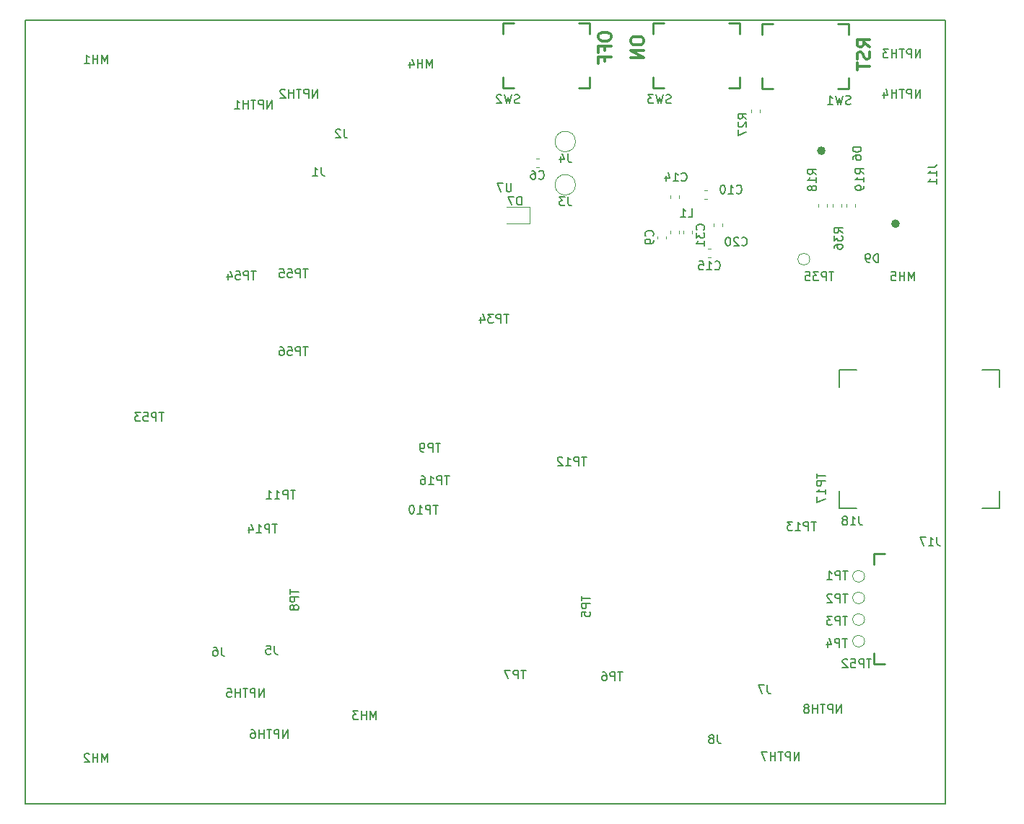
<source format=gbr>
G04 #@! TF.GenerationSoftware,KiCad,Pcbnew,5.0.2+dfsg1-1~bpo9+1*
G04 #@! TF.CreationDate,2019-02-21T15:21:29-05:00*
G04 #@! TF.ProjectId,nu.ai_motor_controller,6e752e61-695f-46d6-9f74-6f725f636f6e,rev?*
G04 #@! TF.SameCoordinates,Original*
G04 #@! TF.FileFunction,Legend,Bot*
G04 #@! TF.FilePolarity,Positive*
%FSLAX46Y46*%
G04 Gerber Fmt 4.6, Leading zero omitted, Abs format (unit mm)*
G04 Created by KiCad (PCBNEW 5.0.2+dfsg1-1~bpo9+1) date Thu 21 Feb 2019 03:21:29 PM EST*
%MOMM*%
%LPD*%
G01*
G04 APERTURE LIST*
%ADD10C,0.300000*%
%ADD11C,0.150000*%
%ADD12C,0.120000*%
%ADD13C,0.500000*%
%ADD14C,0.254000*%
G04 APERTURE END LIST*
D10*
X174087571Y-46020571D02*
X173373285Y-45520571D01*
X174087571Y-45163428D02*
X172587571Y-45163428D01*
X172587571Y-45734857D01*
X172659000Y-45877714D01*
X172730428Y-45949142D01*
X172873285Y-46020571D01*
X173087571Y-46020571D01*
X173230428Y-45949142D01*
X173301857Y-45877714D01*
X173373285Y-45734857D01*
X173373285Y-45163428D01*
X174016142Y-46592000D02*
X174087571Y-46806285D01*
X174087571Y-47163428D01*
X174016142Y-47306285D01*
X173944714Y-47377714D01*
X173801857Y-47449142D01*
X173659000Y-47449142D01*
X173516142Y-47377714D01*
X173444714Y-47306285D01*
X173373285Y-47163428D01*
X173301857Y-46877714D01*
X173230428Y-46734857D01*
X173159000Y-46663428D01*
X173016142Y-46592000D01*
X172873285Y-46592000D01*
X172730428Y-46663428D01*
X172659000Y-46734857D01*
X172587571Y-46877714D01*
X172587571Y-47234857D01*
X172659000Y-47449142D01*
X172587571Y-47877714D02*
X172587571Y-48734857D01*
X174087571Y-48306285D02*
X172587571Y-48306285D01*
X142234571Y-44651428D02*
X142234571Y-44937142D01*
X142306000Y-45080000D01*
X142448857Y-45222857D01*
X142734571Y-45294285D01*
X143234571Y-45294285D01*
X143520285Y-45222857D01*
X143663142Y-45080000D01*
X143734571Y-44937142D01*
X143734571Y-44651428D01*
X143663142Y-44508571D01*
X143520285Y-44365714D01*
X143234571Y-44294285D01*
X142734571Y-44294285D01*
X142448857Y-44365714D01*
X142306000Y-44508571D01*
X142234571Y-44651428D01*
X142948857Y-46437142D02*
X142948857Y-45937142D01*
X143734571Y-45937142D02*
X142234571Y-45937142D01*
X142234571Y-46651428D01*
X142948857Y-47722857D02*
X142948857Y-47222857D01*
X143734571Y-47222857D02*
X142234571Y-47222857D01*
X142234571Y-47937142D01*
X146044571Y-45151428D02*
X146044571Y-45437142D01*
X146116000Y-45580000D01*
X146258857Y-45722857D01*
X146544571Y-45794285D01*
X147044571Y-45794285D01*
X147330285Y-45722857D01*
X147473142Y-45580000D01*
X147544571Y-45437142D01*
X147544571Y-45151428D01*
X147473142Y-45008571D01*
X147330285Y-44865714D01*
X147044571Y-44794285D01*
X146544571Y-44794285D01*
X146258857Y-44865714D01*
X146116000Y-45008571D01*
X146044571Y-45151428D01*
X147544571Y-46437142D02*
X146044571Y-46437142D01*
X147544571Y-47294285D01*
X146044571Y-47294285D01*
D11*
X182970000Y-134900000D02*
X74970000Y-134900000D01*
X182970000Y-42900000D02*
X182970000Y-134900000D01*
X74970000Y-42900000D02*
X182970000Y-42900000D01*
X74970000Y-134900000D02*
X74970000Y-42900000D01*
D12*
G04 #@! TO.C,C10*
X155029779Y-63862000D02*
X154704221Y-63862000D01*
X155029779Y-62842000D02*
X154704221Y-62842000D01*
G04 #@! TO.C,C6*
X134917721Y-59159000D02*
X135243279Y-59159000D01*
X134917721Y-60179000D02*
X135243279Y-60179000D01*
G04 #@! TO.C,C9*
X149150000Y-68569279D02*
X149150000Y-68243721D01*
X150170000Y-68569279D02*
X150170000Y-68243721D01*
G04 #@! TO.C,C14*
X150674000Y-63768779D02*
X150674000Y-63443221D01*
X151694000Y-63768779D02*
X151694000Y-63443221D01*
G04 #@! TO.C,C15*
X155410779Y-70720000D02*
X155085221Y-70720000D01*
X155410779Y-69700000D02*
X155085221Y-69700000D01*
G04 #@! TO.C,C20*
X156774000Y-66770721D02*
X156774000Y-67096279D01*
X155754000Y-66770721D02*
X155754000Y-67096279D01*
G04 #@! TO.C,C31*
X153218000Y-67613381D02*
X153218000Y-67938939D01*
X152198000Y-67613381D02*
X152198000Y-67938939D01*
D13*
G04 #@! TO.C,D6*
X168644000Y-58202000D02*
G75*
G03X168644000Y-58202000I-254000J0D01*
G01*
D12*
G04 #@! TO.C,D7*
X134162321Y-66738951D02*
X131477321Y-66738951D01*
X134162321Y-64818951D02*
X134162321Y-66738951D01*
X131477321Y-64818951D02*
X134162321Y-64818951D01*
D11*
G04 #@! TO.C,J18*
X170488000Y-98150000D02*
X170488000Y-100182000D01*
X170488000Y-100182000D02*
X172520000Y-100182000D01*
X187252000Y-100182000D02*
X189284000Y-100182000D01*
X189284000Y-100182000D02*
X189284000Y-98150000D01*
X189284000Y-85958000D02*
X189284000Y-83926000D01*
X189284000Y-83926000D02*
X187252000Y-83926000D01*
X172520000Y-83926000D02*
X170488000Y-83926000D01*
X170488000Y-83926000D02*
X170488000Y-85958000D01*
D12*
G04 #@! TO.C,L1*
X150674000Y-67959779D02*
X150674000Y-67634221D01*
X151694000Y-67959779D02*
X151694000Y-67634221D01*
G04 #@! TO.C,R18*
X169093000Y-64459221D02*
X169093000Y-64784779D01*
X168073000Y-64459221D02*
X168073000Y-64784779D01*
G04 #@! TO.C,R19*
X171375000Y-64784779D02*
X171375000Y-64459221D01*
X172395000Y-64784779D02*
X172395000Y-64459221D01*
G04 #@! TO.C,R27*
X161219000Y-53410221D02*
X161219000Y-53735779D01*
X160199000Y-53410221D02*
X160199000Y-53735779D01*
G04 #@! TO.C,R36*
X170744000Y-64459221D02*
X170744000Y-64784779D01*
X169724000Y-64459221D02*
X169724000Y-64784779D01*
D14*
G04 #@! TO.C,SW1*
X171631000Y-43286000D02*
X170361000Y-43286000D01*
X171631000Y-44556000D02*
X171631000Y-43286000D01*
X171631000Y-50906000D02*
X171631000Y-49636000D01*
X170361000Y-50906000D02*
X171631000Y-50906000D01*
X161471000Y-50906000D02*
X162741000Y-50906000D01*
X161471000Y-49636000D02*
X161471000Y-50906000D01*
X161471000Y-43286000D02*
X161471000Y-44556000D01*
X162741000Y-43286000D02*
X161471000Y-43286000D01*
G04 #@! TO.C,SW2*
X131066000Y-50870000D02*
X132336000Y-50870000D01*
X131066000Y-49600000D02*
X131066000Y-50870000D01*
X131066000Y-43250000D02*
X131066000Y-44520000D01*
X132336000Y-43250000D02*
X131066000Y-43250000D01*
X141226000Y-43250000D02*
X139956000Y-43250000D01*
X141226000Y-44520000D02*
X141226000Y-43250000D01*
X141226000Y-50870000D02*
X141226000Y-49600000D01*
X139956000Y-50870000D02*
X141226000Y-50870000D01*
G04 #@! TO.C,SW3*
X148696000Y-50870000D02*
X149966000Y-50870000D01*
X148696000Y-49600000D02*
X148696000Y-50870000D01*
X148696000Y-43250000D02*
X148696000Y-44520000D01*
X149966000Y-43250000D02*
X148696000Y-43250000D01*
X158856000Y-43250000D02*
X157586000Y-43250000D01*
X158856000Y-44520000D02*
X158856000Y-43250000D01*
X158856000Y-50870000D02*
X158856000Y-49600000D01*
X157586000Y-50870000D02*
X158856000Y-50870000D01*
G04 #@! TO.C,J17*
X174552000Y-118470000D02*
X175822000Y-118470000D01*
X174552000Y-117200000D02*
X174552000Y-118470000D01*
X174552000Y-105516000D02*
X174552000Y-106786000D01*
X175822000Y-105516000D02*
X174552000Y-105516000D01*
D13*
G04 #@! TO.C,D9*
X177346000Y-66781000D02*
G75*
G03X177346000Y-66781000I-254000J0D01*
G01*
D12*
G04 #@! TO.C,TP1*
X173474000Y-108183000D02*
G75*
G03X173474000Y-108183000I-700000J0D01*
G01*
G04 #@! TO.C,TP2*
X173474000Y-110723000D02*
G75*
G03X173474000Y-110723000I-700000J0D01*
G01*
G04 #@! TO.C,TP3*
X173474000Y-113263000D02*
G75*
G03X173474000Y-113263000I-700000J0D01*
G01*
G04 #@! TO.C,TP4*
X173474000Y-115803000D02*
G75*
G03X173474000Y-115803000I-700000J0D01*
G01*
G04 #@! TO.C,TP35*
X167044600Y-70942200D02*
G75*
G03X167044600Y-70942200I-700000J0D01*
G01*
G04 #@! TO.C,J3*
X139557000Y-62209000D02*
G75*
G03X139557000Y-62209000I-1200000J0D01*
G01*
G04 #@! TO.C,J4*
X139557000Y-57129000D02*
G75*
G03X139557000Y-57129000I-1200000J0D01*
G01*
G04 #@! TD*
G04 #@! TO.C,C10*
D11*
X158453057Y-63145942D02*
X158500676Y-63193561D01*
X158643533Y-63241180D01*
X158738771Y-63241180D01*
X158881628Y-63193561D01*
X158976866Y-63098323D01*
X159024485Y-63003085D01*
X159072104Y-62812609D01*
X159072104Y-62669752D01*
X159024485Y-62479276D01*
X158976866Y-62384038D01*
X158881628Y-62288800D01*
X158738771Y-62241180D01*
X158643533Y-62241180D01*
X158500676Y-62288800D01*
X158453057Y-62336419D01*
X157500676Y-63241180D02*
X158072104Y-63241180D01*
X157786390Y-63241180D02*
X157786390Y-62241180D01*
X157881628Y-62384038D01*
X157976866Y-62479276D01*
X158072104Y-62526895D01*
X156881628Y-62241180D02*
X156786390Y-62241180D01*
X156691152Y-62288800D01*
X156643533Y-62336419D01*
X156595914Y-62431657D01*
X156548295Y-62622133D01*
X156548295Y-62860228D01*
X156595914Y-63050704D01*
X156643533Y-63145942D01*
X156691152Y-63193561D01*
X156786390Y-63241180D01*
X156881628Y-63241180D01*
X156976866Y-63193561D01*
X157024485Y-63145942D01*
X157072104Y-63050704D01*
X157119723Y-62860228D01*
X157119723Y-62622133D01*
X157072104Y-62431657D01*
X157024485Y-62336419D01*
X156976866Y-62288800D01*
X156881628Y-62241180D01*
G04 #@! TO.C,C6*
X135247166Y-61456142D02*
X135294785Y-61503761D01*
X135437642Y-61551380D01*
X135532880Y-61551380D01*
X135675738Y-61503761D01*
X135770976Y-61408523D01*
X135818595Y-61313285D01*
X135866214Y-61122809D01*
X135866214Y-60979952D01*
X135818595Y-60789476D01*
X135770976Y-60694238D01*
X135675738Y-60599000D01*
X135532880Y-60551380D01*
X135437642Y-60551380D01*
X135294785Y-60599000D01*
X135247166Y-60646619D01*
X134390023Y-60551380D02*
X134580500Y-60551380D01*
X134675738Y-60599000D01*
X134723357Y-60646619D01*
X134818595Y-60789476D01*
X134866214Y-60979952D01*
X134866214Y-61360904D01*
X134818595Y-61456142D01*
X134770976Y-61503761D01*
X134675738Y-61551380D01*
X134485261Y-61551380D01*
X134390023Y-61503761D01*
X134342404Y-61456142D01*
X134294785Y-61360904D01*
X134294785Y-61122809D01*
X134342404Y-61027571D01*
X134390023Y-60979952D01*
X134485261Y-60932333D01*
X134675738Y-60932333D01*
X134770976Y-60979952D01*
X134818595Y-61027571D01*
X134866214Y-61122809D01*
G04 #@! TO.C,C9*
X148616942Y-68210133D02*
X148664561Y-68162514D01*
X148712180Y-68019657D01*
X148712180Y-67924419D01*
X148664561Y-67781561D01*
X148569323Y-67686323D01*
X148474085Y-67638704D01*
X148283609Y-67591085D01*
X148140752Y-67591085D01*
X147950276Y-67638704D01*
X147855038Y-67686323D01*
X147759800Y-67781561D01*
X147712180Y-67924419D01*
X147712180Y-68019657D01*
X147759800Y-68162514D01*
X147807419Y-68210133D01*
X148712180Y-68686323D02*
X148712180Y-68876800D01*
X148664561Y-68972038D01*
X148616942Y-69019657D01*
X148474085Y-69114895D01*
X148283609Y-69162514D01*
X147902657Y-69162514D01*
X147807419Y-69114895D01*
X147759800Y-69067276D01*
X147712180Y-68972038D01*
X147712180Y-68781561D01*
X147759800Y-68686323D01*
X147807419Y-68638704D01*
X147902657Y-68591085D01*
X148140752Y-68591085D01*
X148235990Y-68638704D01*
X148283609Y-68686323D01*
X148331228Y-68781561D01*
X148331228Y-68972038D01*
X148283609Y-69067276D01*
X148235990Y-69114895D01*
X148140752Y-69162514D01*
G04 #@! TO.C,C14*
X151976057Y-61698142D02*
X152023676Y-61745761D01*
X152166533Y-61793380D01*
X152261771Y-61793380D01*
X152404628Y-61745761D01*
X152499866Y-61650523D01*
X152547485Y-61555285D01*
X152595104Y-61364809D01*
X152595104Y-61221952D01*
X152547485Y-61031476D01*
X152499866Y-60936238D01*
X152404628Y-60841000D01*
X152261771Y-60793380D01*
X152166533Y-60793380D01*
X152023676Y-60841000D01*
X151976057Y-60888619D01*
X151023676Y-61793380D02*
X151595104Y-61793380D01*
X151309390Y-61793380D02*
X151309390Y-60793380D01*
X151404628Y-60936238D01*
X151499866Y-61031476D01*
X151595104Y-61079095D01*
X150166533Y-61126714D02*
X150166533Y-61793380D01*
X150404628Y-60745761D02*
X150642723Y-61460047D01*
X150023676Y-61460047D01*
G04 #@! TO.C,C15*
X155913057Y-72086742D02*
X155960676Y-72134361D01*
X156103533Y-72181980D01*
X156198771Y-72181980D01*
X156341628Y-72134361D01*
X156436866Y-72039123D01*
X156484485Y-71943885D01*
X156532104Y-71753409D01*
X156532104Y-71610552D01*
X156484485Y-71420076D01*
X156436866Y-71324838D01*
X156341628Y-71229600D01*
X156198771Y-71181980D01*
X156103533Y-71181980D01*
X155960676Y-71229600D01*
X155913057Y-71277219D01*
X154960676Y-72181980D02*
X155532104Y-72181980D01*
X155246390Y-72181980D02*
X155246390Y-71181980D01*
X155341628Y-71324838D01*
X155436866Y-71420076D01*
X155532104Y-71467695D01*
X154055914Y-71181980D02*
X154532104Y-71181980D01*
X154579723Y-71658171D01*
X154532104Y-71610552D01*
X154436866Y-71562933D01*
X154198771Y-71562933D01*
X154103533Y-71610552D01*
X154055914Y-71658171D01*
X154008295Y-71753409D01*
X154008295Y-71991504D01*
X154055914Y-72086742D01*
X154103533Y-72134361D01*
X154198771Y-72181980D01*
X154436866Y-72181980D01*
X154532104Y-72134361D01*
X154579723Y-72086742D01*
G04 #@! TO.C,C20*
X159062657Y-69267342D02*
X159110276Y-69314961D01*
X159253133Y-69362580D01*
X159348371Y-69362580D01*
X159491228Y-69314961D01*
X159586466Y-69219723D01*
X159634085Y-69124485D01*
X159681704Y-68934009D01*
X159681704Y-68791152D01*
X159634085Y-68600676D01*
X159586466Y-68505438D01*
X159491228Y-68410200D01*
X159348371Y-68362580D01*
X159253133Y-68362580D01*
X159110276Y-68410200D01*
X159062657Y-68457819D01*
X158681704Y-68457819D02*
X158634085Y-68410200D01*
X158538847Y-68362580D01*
X158300752Y-68362580D01*
X158205514Y-68410200D01*
X158157895Y-68457819D01*
X158110276Y-68553057D01*
X158110276Y-68648295D01*
X158157895Y-68791152D01*
X158729323Y-69362580D01*
X158110276Y-69362580D01*
X157491228Y-68362580D02*
X157395990Y-68362580D01*
X157300752Y-68410200D01*
X157253133Y-68457819D01*
X157205514Y-68553057D01*
X157157895Y-68743533D01*
X157157895Y-68981628D01*
X157205514Y-69172104D01*
X157253133Y-69267342D01*
X157300752Y-69314961D01*
X157395990Y-69362580D01*
X157491228Y-69362580D01*
X157586466Y-69314961D01*
X157634085Y-69267342D01*
X157681704Y-69172104D01*
X157729323Y-68981628D01*
X157729323Y-68743533D01*
X157681704Y-68553057D01*
X157634085Y-68457819D01*
X157586466Y-68410200D01*
X157491228Y-68362580D01*
G04 #@! TO.C,C31*
X154611342Y-67479942D02*
X154658961Y-67432323D01*
X154706580Y-67289466D01*
X154706580Y-67194228D01*
X154658961Y-67051371D01*
X154563723Y-66956133D01*
X154468485Y-66908514D01*
X154278009Y-66860895D01*
X154135152Y-66860895D01*
X153944676Y-66908514D01*
X153849438Y-66956133D01*
X153754200Y-67051371D01*
X153706580Y-67194228D01*
X153706580Y-67289466D01*
X153754200Y-67432323D01*
X153801819Y-67479942D01*
X153706580Y-67813276D02*
X153706580Y-68432323D01*
X154087533Y-68098990D01*
X154087533Y-68241847D01*
X154135152Y-68337085D01*
X154182771Y-68384704D01*
X154278009Y-68432323D01*
X154516104Y-68432323D01*
X154611342Y-68384704D01*
X154658961Y-68337085D01*
X154706580Y-68241847D01*
X154706580Y-67956133D01*
X154658961Y-67860895D01*
X154611342Y-67813276D01*
X154706580Y-69384704D02*
X154706580Y-68813276D01*
X154706580Y-69098990D02*
X153706580Y-69098990D01*
X153849438Y-69003752D01*
X153944676Y-68908514D01*
X153992295Y-68813276D01*
G04 #@! TO.C,D6*
X173070780Y-57783504D02*
X172070780Y-57783504D01*
X172070780Y-58021600D01*
X172118400Y-58164457D01*
X172213638Y-58259695D01*
X172308876Y-58307314D01*
X172499352Y-58354933D01*
X172642209Y-58354933D01*
X172832685Y-58307314D01*
X172927923Y-58259695D01*
X173023161Y-58164457D01*
X173070780Y-58021600D01*
X173070780Y-57783504D01*
X172070780Y-59212076D02*
X172070780Y-59021600D01*
X172118400Y-58926361D01*
X172166019Y-58878742D01*
X172308876Y-58783504D01*
X172499352Y-58735885D01*
X172880304Y-58735885D01*
X172975542Y-58783504D01*
X173023161Y-58831123D01*
X173070780Y-58926361D01*
X173070780Y-59116838D01*
X173023161Y-59212076D01*
X172975542Y-59259695D01*
X172880304Y-59307314D01*
X172642209Y-59307314D01*
X172546971Y-59259695D01*
X172499352Y-59212076D01*
X172451733Y-59116838D01*
X172451733Y-58926361D01*
X172499352Y-58831123D01*
X172546971Y-58783504D01*
X172642209Y-58735885D01*
G04 #@! TO.C,D7*
X133215416Y-64581331D02*
X133215416Y-63581331D01*
X132977321Y-63581331D01*
X132834463Y-63628951D01*
X132739225Y-63724189D01*
X132691606Y-63819427D01*
X132643987Y-64009903D01*
X132643987Y-64152760D01*
X132691606Y-64343236D01*
X132739225Y-64438474D01*
X132834463Y-64533712D01*
X132977321Y-64581331D01*
X133215416Y-64581331D01*
X132310654Y-63581331D02*
X131643987Y-63581331D01*
X132072559Y-64581331D01*
G04 #@! TO.C,J11*
X180935380Y-60150476D02*
X181649666Y-60150476D01*
X181792523Y-60102857D01*
X181887761Y-60007619D01*
X181935380Y-59864761D01*
X181935380Y-59769523D01*
X181935380Y-61150476D02*
X181935380Y-60579047D01*
X181935380Y-60864761D02*
X180935380Y-60864761D01*
X181078238Y-60769523D01*
X181173476Y-60674285D01*
X181221095Y-60579047D01*
X181935380Y-62102857D02*
X181935380Y-61531428D01*
X181935380Y-61817142D02*
X180935380Y-61817142D01*
X181078238Y-61721904D01*
X181173476Y-61626666D01*
X181221095Y-61531428D01*
G04 #@! TO.C,J18*
X172821523Y-101158380D02*
X172821523Y-101872666D01*
X172869142Y-102015523D01*
X172964380Y-102110761D01*
X173107238Y-102158380D01*
X173202476Y-102158380D01*
X171821523Y-102158380D02*
X172392952Y-102158380D01*
X172107238Y-102158380D02*
X172107238Y-101158380D01*
X172202476Y-101301238D01*
X172297714Y-101396476D01*
X172392952Y-101444095D01*
X171250095Y-101586952D02*
X171345333Y-101539333D01*
X171392952Y-101491714D01*
X171440571Y-101396476D01*
X171440571Y-101348857D01*
X171392952Y-101253619D01*
X171345333Y-101206000D01*
X171250095Y-101158380D01*
X171059619Y-101158380D01*
X170964380Y-101206000D01*
X170916761Y-101253619D01*
X170869142Y-101348857D01*
X170869142Y-101396476D01*
X170916761Y-101491714D01*
X170964380Y-101539333D01*
X171059619Y-101586952D01*
X171250095Y-101586952D01*
X171345333Y-101634571D01*
X171392952Y-101682190D01*
X171440571Y-101777428D01*
X171440571Y-101967904D01*
X171392952Y-102063142D01*
X171345333Y-102110761D01*
X171250095Y-102158380D01*
X171059619Y-102158380D01*
X170964380Y-102110761D01*
X170916761Y-102063142D01*
X170869142Y-101967904D01*
X170869142Y-101777428D01*
X170916761Y-101682190D01*
X170964380Y-101634571D01*
X171059619Y-101586952D01*
G04 #@! TO.C,L1*
X152769866Y-66009780D02*
X153246057Y-66009780D01*
X153246057Y-65009780D01*
X151912723Y-66009780D02*
X152484152Y-66009780D01*
X152198438Y-66009780D02*
X152198438Y-65009780D01*
X152293676Y-65152638D01*
X152388914Y-65247876D01*
X152484152Y-65295495D01*
G04 #@! TO.C,NPTH1*
X103947666Y-53263380D02*
X103947666Y-52263380D01*
X103376238Y-53263380D01*
X103376238Y-52263380D01*
X102900047Y-53263380D02*
X102900047Y-52263380D01*
X102519095Y-52263380D01*
X102423857Y-52311000D01*
X102376238Y-52358619D01*
X102328619Y-52453857D01*
X102328619Y-52596714D01*
X102376238Y-52691952D01*
X102423857Y-52739571D01*
X102519095Y-52787190D01*
X102900047Y-52787190D01*
X102042904Y-52263380D02*
X101471476Y-52263380D01*
X101757190Y-53263380D02*
X101757190Y-52263380D01*
X101138142Y-53263380D02*
X101138142Y-52263380D01*
X101138142Y-52739571D02*
X100566714Y-52739571D01*
X100566714Y-53263380D02*
X100566714Y-52263380D01*
X99566714Y-53263380D02*
X100138142Y-53263380D01*
X99852428Y-53263380D02*
X99852428Y-52263380D01*
X99947666Y-52406238D01*
X100042904Y-52501476D01*
X100138142Y-52549095D01*
G04 #@! TO.C,NPTH2*
X109281666Y-51993380D02*
X109281666Y-50993380D01*
X108710238Y-51993380D01*
X108710238Y-50993380D01*
X108234047Y-51993380D02*
X108234047Y-50993380D01*
X107853095Y-50993380D01*
X107757857Y-51041000D01*
X107710238Y-51088619D01*
X107662619Y-51183857D01*
X107662619Y-51326714D01*
X107710238Y-51421952D01*
X107757857Y-51469571D01*
X107853095Y-51517190D01*
X108234047Y-51517190D01*
X107376904Y-50993380D02*
X106805476Y-50993380D01*
X107091190Y-51993380D02*
X107091190Y-50993380D01*
X106472142Y-51993380D02*
X106472142Y-50993380D01*
X106472142Y-51469571D02*
X105900714Y-51469571D01*
X105900714Y-51993380D02*
X105900714Y-50993380D01*
X105472142Y-51088619D02*
X105424523Y-51041000D01*
X105329285Y-50993380D01*
X105091190Y-50993380D01*
X104995952Y-51041000D01*
X104948333Y-51088619D01*
X104900714Y-51183857D01*
X104900714Y-51279095D01*
X104948333Y-51421952D01*
X105519761Y-51993380D01*
X104900714Y-51993380D01*
G04 #@! TO.C,NPTH3*
X180020666Y-47294380D02*
X180020666Y-46294380D01*
X179449238Y-47294380D01*
X179449238Y-46294380D01*
X178973047Y-47294380D02*
X178973047Y-46294380D01*
X178592095Y-46294380D01*
X178496857Y-46342000D01*
X178449238Y-46389619D01*
X178401619Y-46484857D01*
X178401619Y-46627714D01*
X178449238Y-46722952D01*
X178496857Y-46770571D01*
X178592095Y-46818190D01*
X178973047Y-46818190D01*
X178115904Y-46294380D02*
X177544476Y-46294380D01*
X177830190Y-47294380D02*
X177830190Y-46294380D01*
X177211142Y-47294380D02*
X177211142Y-46294380D01*
X177211142Y-46770571D02*
X176639714Y-46770571D01*
X176639714Y-47294380D02*
X176639714Y-46294380D01*
X176258761Y-46294380D02*
X175639714Y-46294380D01*
X175973047Y-46675333D01*
X175830190Y-46675333D01*
X175734952Y-46722952D01*
X175687333Y-46770571D01*
X175639714Y-46865809D01*
X175639714Y-47103904D01*
X175687333Y-47199142D01*
X175734952Y-47246761D01*
X175830190Y-47294380D01*
X176115904Y-47294380D01*
X176211142Y-47246761D01*
X176258761Y-47199142D01*
G04 #@! TO.C,NPTH4*
X180020666Y-51993380D02*
X180020666Y-50993380D01*
X179449238Y-51993380D01*
X179449238Y-50993380D01*
X178973047Y-51993380D02*
X178973047Y-50993380D01*
X178592095Y-50993380D01*
X178496857Y-51041000D01*
X178449238Y-51088619D01*
X178401619Y-51183857D01*
X178401619Y-51326714D01*
X178449238Y-51421952D01*
X178496857Y-51469571D01*
X178592095Y-51517190D01*
X178973047Y-51517190D01*
X178115904Y-50993380D02*
X177544476Y-50993380D01*
X177830190Y-51993380D02*
X177830190Y-50993380D01*
X177211142Y-51993380D02*
X177211142Y-50993380D01*
X177211142Y-51469571D02*
X176639714Y-51469571D01*
X176639714Y-51993380D02*
X176639714Y-50993380D01*
X175734952Y-51326714D02*
X175734952Y-51993380D01*
X175973047Y-50945761D02*
X176211142Y-51660047D01*
X175592095Y-51660047D01*
G04 #@! TO.C,NPTH5*
X103004666Y-122372380D02*
X103004666Y-121372380D01*
X102433238Y-122372380D01*
X102433238Y-121372380D01*
X101957047Y-122372380D02*
X101957047Y-121372380D01*
X101576095Y-121372380D01*
X101480857Y-121420000D01*
X101433238Y-121467619D01*
X101385619Y-121562857D01*
X101385619Y-121705714D01*
X101433238Y-121800952D01*
X101480857Y-121848571D01*
X101576095Y-121896190D01*
X101957047Y-121896190D01*
X101099904Y-121372380D02*
X100528476Y-121372380D01*
X100814190Y-122372380D02*
X100814190Y-121372380D01*
X100195142Y-122372380D02*
X100195142Y-121372380D01*
X100195142Y-121848571D02*
X99623714Y-121848571D01*
X99623714Y-122372380D02*
X99623714Y-121372380D01*
X98671333Y-121372380D02*
X99147523Y-121372380D01*
X99195142Y-121848571D01*
X99147523Y-121800952D01*
X99052285Y-121753333D01*
X98814190Y-121753333D01*
X98718952Y-121800952D01*
X98671333Y-121848571D01*
X98623714Y-121943809D01*
X98623714Y-122181904D01*
X98671333Y-122277142D01*
X98718952Y-122324761D01*
X98814190Y-122372380D01*
X99052285Y-122372380D01*
X99147523Y-122324761D01*
X99195142Y-122277142D01*
G04 #@! TO.C,NPTH6*
X105798666Y-127198380D02*
X105798666Y-126198380D01*
X105227238Y-127198380D01*
X105227238Y-126198380D01*
X104751047Y-127198380D02*
X104751047Y-126198380D01*
X104370095Y-126198380D01*
X104274857Y-126246000D01*
X104227238Y-126293619D01*
X104179619Y-126388857D01*
X104179619Y-126531714D01*
X104227238Y-126626952D01*
X104274857Y-126674571D01*
X104370095Y-126722190D01*
X104751047Y-126722190D01*
X103893904Y-126198380D02*
X103322476Y-126198380D01*
X103608190Y-127198380D02*
X103608190Y-126198380D01*
X102989142Y-127198380D02*
X102989142Y-126198380D01*
X102989142Y-126674571D02*
X102417714Y-126674571D01*
X102417714Y-127198380D02*
X102417714Y-126198380D01*
X101512952Y-126198380D02*
X101703428Y-126198380D01*
X101798666Y-126246000D01*
X101846285Y-126293619D01*
X101941523Y-126436476D01*
X101989142Y-126626952D01*
X101989142Y-127007904D01*
X101941523Y-127103142D01*
X101893904Y-127150761D01*
X101798666Y-127198380D01*
X101608190Y-127198380D01*
X101512952Y-127150761D01*
X101465333Y-127103142D01*
X101417714Y-127007904D01*
X101417714Y-126769809D01*
X101465333Y-126674571D01*
X101512952Y-126626952D01*
X101608190Y-126579333D01*
X101798666Y-126579333D01*
X101893904Y-126626952D01*
X101941523Y-126674571D01*
X101989142Y-126769809D01*
G04 #@! TO.C,NPTH7*
X165796666Y-129844380D02*
X165796666Y-128844380D01*
X165225238Y-129844380D01*
X165225238Y-128844380D01*
X164749047Y-129844380D02*
X164749047Y-128844380D01*
X164368095Y-128844380D01*
X164272857Y-128892000D01*
X164225238Y-128939619D01*
X164177619Y-129034857D01*
X164177619Y-129177714D01*
X164225238Y-129272952D01*
X164272857Y-129320571D01*
X164368095Y-129368190D01*
X164749047Y-129368190D01*
X163891904Y-128844380D02*
X163320476Y-128844380D01*
X163606190Y-129844380D02*
X163606190Y-128844380D01*
X162987142Y-129844380D02*
X162987142Y-128844380D01*
X162987142Y-129320571D02*
X162415714Y-129320571D01*
X162415714Y-129844380D02*
X162415714Y-128844380D01*
X162034761Y-128844380D02*
X161368095Y-128844380D01*
X161796666Y-129844380D01*
G04 #@! TO.C,NPTH8*
X170749666Y-124256380D02*
X170749666Y-123256380D01*
X170178238Y-124256380D01*
X170178238Y-123256380D01*
X169702047Y-124256380D02*
X169702047Y-123256380D01*
X169321095Y-123256380D01*
X169225857Y-123304000D01*
X169178238Y-123351619D01*
X169130619Y-123446857D01*
X169130619Y-123589714D01*
X169178238Y-123684952D01*
X169225857Y-123732571D01*
X169321095Y-123780190D01*
X169702047Y-123780190D01*
X168844904Y-123256380D02*
X168273476Y-123256380D01*
X168559190Y-124256380D02*
X168559190Y-123256380D01*
X167940142Y-124256380D02*
X167940142Y-123256380D01*
X167940142Y-123732571D02*
X167368714Y-123732571D01*
X167368714Y-124256380D02*
X167368714Y-123256380D01*
X166749666Y-123684952D02*
X166844904Y-123637333D01*
X166892523Y-123589714D01*
X166940142Y-123494476D01*
X166940142Y-123446857D01*
X166892523Y-123351619D01*
X166844904Y-123304000D01*
X166749666Y-123256380D01*
X166559190Y-123256380D01*
X166463952Y-123304000D01*
X166416333Y-123351619D01*
X166368714Y-123446857D01*
X166368714Y-123494476D01*
X166416333Y-123589714D01*
X166463952Y-123637333D01*
X166559190Y-123684952D01*
X166749666Y-123684952D01*
X166844904Y-123732571D01*
X166892523Y-123780190D01*
X166940142Y-123875428D01*
X166940142Y-124065904D01*
X166892523Y-124161142D01*
X166844904Y-124208761D01*
X166749666Y-124256380D01*
X166559190Y-124256380D01*
X166463952Y-124208761D01*
X166416333Y-124161142D01*
X166368714Y-124065904D01*
X166368714Y-123875428D01*
X166416333Y-123780190D01*
X166463952Y-123732571D01*
X166559190Y-123684952D01*
G04 #@! TO.C,R18*
X167812980Y-60977542D02*
X167336790Y-60644209D01*
X167812980Y-60406114D02*
X166812980Y-60406114D01*
X166812980Y-60787066D01*
X166860600Y-60882304D01*
X166908219Y-60929923D01*
X167003457Y-60977542D01*
X167146314Y-60977542D01*
X167241552Y-60929923D01*
X167289171Y-60882304D01*
X167336790Y-60787066D01*
X167336790Y-60406114D01*
X167812980Y-61929923D02*
X167812980Y-61358495D01*
X167812980Y-61644209D02*
X166812980Y-61644209D01*
X166955838Y-61548971D01*
X167051076Y-61453733D01*
X167098695Y-61358495D01*
X167241552Y-62501352D02*
X167193933Y-62406114D01*
X167146314Y-62358495D01*
X167051076Y-62310876D01*
X167003457Y-62310876D01*
X166908219Y-62358495D01*
X166860600Y-62406114D01*
X166812980Y-62501352D01*
X166812980Y-62691828D01*
X166860600Y-62787066D01*
X166908219Y-62834685D01*
X167003457Y-62882304D01*
X167051076Y-62882304D01*
X167146314Y-62834685D01*
X167193933Y-62787066D01*
X167241552Y-62691828D01*
X167241552Y-62501352D01*
X167289171Y-62406114D01*
X167336790Y-62358495D01*
X167432028Y-62310876D01*
X167622504Y-62310876D01*
X167717742Y-62358495D01*
X167765361Y-62406114D01*
X167812980Y-62501352D01*
X167812980Y-62691828D01*
X167765361Y-62787066D01*
X167717742Y-62834685D01*
X167622504Y-62882304D01*
X167432028Y-62882304D01*
X167336790Y-62834685D01*
X167289171Y-62787066D01*
X167241552Y-62691828D01*
G04 #@! TO.C,R19*
X173400980Y-60926742D02*
X172924790Y-60593409D01*
X173400980Y-60355314D02*
X172400980Y-60355314D01*
X172400980Y-60736266D01*
X172448600Y-60831504D01*
X172496219Y-60879123D01*
X172591457Y-60926742D01*
X172734314Y-60926742D01*
X172829552Y-60879123D01*
X172877171Y-60831504D01*
X172924790Y-60736266D01*
X172924790Y-60355314D01*
X173400980Y-61879123D02*
X173400980Y-61307695D01*
X173400980Y-61593409D02*
X172400980Y-61593409D01*
X172543838Y-61498171D01*
X172639076Y-61402933D01*
X172686695Y-61307695D01*
X173400980Y-62355314D02*
X173400980Y-62545790D01*
X173353361Y-62641028D01*
X173305742Y-62688647D01*
X173162885Y-62783885D01*
X172972409Y-62831504D01*
X172591457Y-62831504D01*
X172496219Y-62783885D01*
X172448600Y-62736266D01*
X172400980Y-62641028D01*
X172400980Y-62450552D01*
X172448600Y-62355314D01*
X172496219Y-62307695D01*
X172591457Y-62260076D01*
X172829552Y-62260076D01*
X172924790Y-62307695D01*
X172972409Y-62355314D01*
X173020028Y-62450552D01*
X173020028Y-62641028D01*
X172972409Y-62736266D01*
X172924790Y-62783885D01*
X172829552Y-62831504D01*
G04 #@! TO.C,R27*
X159608780Y-54475142D02*
X159132590Y-54141809D01*
X159608780Y-53903714D02*
X158608780Y-53903714D01*
X158608780Y-54284666D01*
X158656400Y-54379904D01*
X158704019Y-54427523D01*
X158799257Y-54475142D01*
X158942114Y-54475142D01*
X159037352Y-54427523D01*
X159084971Y-54379904D01*
X159132590Y-54284666D01*
X159132590Y-53903714D01*
X158704019Y-54856095D02*
X158656400Y-54903714D01*
X158608780Y-54998952D01*
X158608780Y-55237047D01*
X158656400Y-55332285D01*
X158704019Y-55379904D01*
X158799257Y-55427523D01*
X158894495Y-55427523D01*
X159037352Y-55379904D01*
X159608780Y-54808476D01*
X159608780Y-55427523D01*
X158608780Y-55760857D02*
X158608780Y-56427523D01*
X159608780Y-55998952D01*
G04 #@! TO.C,R36*
X170886380Y-67860942D02*
X170410190Y-67527609D01*
X170886380Y-67289514D02*
X169886380Y-67289514D01*
X169886380Y-67670466D01*
X169934000Y-67765704D01*
X169981619Y-67813323D01*
X170076857Y-67860942D01*
X170219714Y-67860942D01*
X170314952Y-67813323D01*
X170362571Y-67765704D01*
X170410190Y-67670466D01*
X170410190Y-67289514D01*
X169886380Y-68194276D02*
X169886380Y-68813323D01*
X170267333Y-68479990D01*
X170267333Y-68622847D01*
X170314952Y-68718085D01*
X170362571Y-68765704D01*
X170457809Y-68813323D01*
X170695904Y-68813323D01*
X170791142Y-68765704D01*
X170838761Y-68718085D01*
X170886380Y-68622847D01*
X170886380Y-68337133D01*
X170838761Y-68241895D01*
X170791142Y-68194276D01*
X169886380Y-69670466D02*
X169886380Y-69479990D01*
X169934000Y-69384752D01*
X169981619Y-69337133D01*
X170124476Y-69241895D01*
X170314952Y-69194276D01*
X170695904Y-69194276D01*
X170791142Y-69241895D01*
X170838761Y-69289514D01*
X170886380Y-69384752D01*
X170886380Y-69575228D01*
X170838761Y-69670466D01*
X170791142Y-69718085D01*
X170695904Y-69765704D01*
X170457809Y-69765704D01*
X170362571Y-69718085D01*
X170314952Y-69670466D01*
X170267333Y-69575228D01*
X170267333Y-69384752D01*
X170314952Y-69289514D01*
X170362571Y-69241895D01*
X170457809Y-69194276D01*
G04 #@! TO.C,SW1*
X171821333Y-52707761D02*
X171678476Y-52755380D01*
X171440380Y-52755380D01*
X171345142Y-52707761D01*
X171297523Y-52660142D01*
X171249904Y-52564904D01*
X171249904Y-52469666D01*
X171297523Y-52374428D01*
X171345142Y-52326809D01*
X171440380Y-52279190D01*
X171630857Y-52231571D01*
X171726095Y-52183952D01*
X171773714Y-52136333D01*
X171821333Y-52041095D01*
X171821333Y-51945857D01*
X171773714Y-51850619D01*
X171726095Y-51803000D01*
X171630857Y-51755380D01*
X171392761Y-51755380D01*
X171249904Y-51803000D01*
X170916571Y-51755380D02*
X170678476Y-52755380D01*
X170488000Y-52041095D01*
X170297523Y-52755380D01*
X170059428Y-51755380D01*
X169154666Y-52755380D02*
X169726095Y-52755380D01*
X169440380Y-52755380D02*
X169440380Y-51755380D01*
X169535619Y-51898238D01*
X169630857Y-51993476D01*
X169726095Y-52041095D01*
G04 #@! TO.C,SW2*
X132959333Y-52580761D02*
X132816476Y-52628380D01*
X132578380Y-52628380D01*
X132483142Y-52580761D01*
X132435523Y-52533142D01*
X132387904Y-52437904D01*
X132387904Y-52342666D01*
X132435523Y-52247428D01*
X132483142Y-52199809D01*
X132578380Y-52152190D01*
X132768857Y-52104571D01*
X132864095Y-52056952D01*
X132911714Y-52009333D01*
X132959333Y-51914095D01*
X132959333Y-51818857D01*
X132911714Y-51723619D01*
X132864095Y-51676000D01*
X132768857Y-51628380D01*
X132530761Y-51628380D01*
X132387904Y-51676000D01*
X132054571Y-51628380D02*
X131816476Y-52628380D01*
X131626000Y-51914095D01*
X131435523Y-52628380D01*
X131197428Y-51628380D01*
X130864095Y-51723619D02*
X130816476Y-51676000D01*
X130721238Y-51628380D01*
X130483142Y-51628380D01*
X130387904Y-51676000D01*
X130340285Y-51723619D01*
X130292666Y-51818857D01*
X130292666Y-51914095D01*
X130340285Y-52056952D01*
X130911714Y-52628380D01*
X130292666Y-52628380D01*
G04 #@! TO.C,SW3*
X150739333Y-52580761D02*
X150596476Y-52628380D01*
X150358380Y-52628380D01*
X150263142Y-52580761D01*
X150215523Y-52533142D01*
X150167904Y-52437904D01*
X150167904Y-52342666D01*
X150215523Y-52247428D01*
X150263142Y-52199809D01*
X150358380Y-52152190D01*
X150548857Y-52104571D01*
X150644095Y-52056952D01*
X150691714Y-52009333D01*
X150739333Y-51914095D01*
X150739333Y-51818857D01*
X150691714Y-51723619D01*
X150644095Y-51676000D01*
X150548857Y-51628380D01*
X150310761Y-51628380D01*
X150167904Y-51676000D01*
X149834571Y-51628380D02*
X149596476Y-52628380D01*
X149406000Y-51914095D01*
X149215523Y-52628380D01*
X148977428Y-51628380D01*
X148691714Y-51628380D02*
X148072666Y-51628380D01*
X148406000Y-52009333D01*
X148263142Y-52009333D01*
X148167904Y-52056952D01*
X148120285Y-52104571D01*
X148072666Y-52199809D01*
X148072666Y-52437904D01*
X148120285Y-52533142D01*
X148167904Y-52580761D01*
X148263142Y-52628380D01*
X148548857Y-52628380D01*
X148644095Y-52580761D01*
X148691714Y-52533142D01*
G04 #@! TO.C,U7*
X132006904Y-62021380D02*
X132006904Y-62830904D01*
X131959285Y-62926142D01*
X131911666Y-62973761D01*
X131816428Y-63021380D01*
X131625952Y-63021380D01*
X131530714Y-62973761D01*
X131483095Y-62926142D01*
X131435476Y-62830904D01*
X131435476Y-62021380D01*
X131054523Y-62021380D02*
X130387857Y-62021380D01*
X130816428Y-63021380D01*
G04 #@! TO.C,J17*
X181965523Y-103571380D02*
X181965523Y-104285666D01*
X182013142Y-104428523D01*
X182108380Y-104523761D01*
X182251238Y-104571380D01*
X182346476Y-104571380D01*
X180965523Y-104571380D02*
X181536952Y-104571380D01*
X181251238Y-104571380D02*
X181251238Y-103571380D01*
X181346476Y-103714238D01*
X181441714Y-103809476D01*
X181536952Y-103857095D01*
X180632190Y-103571380D02*
X179965523Y-103571380D01*
X180394095Y-104571380D01*
G04 #@! TO.C,D9*
X175083695Y-71318380D02*
X175083695Y-70318380D01*
X174845600Y-70318380D01*
X174702742Y-70366000D01*
X174607504Y-70461238D01*
X174559885Y-70556476D01*
X174512266Y-70746952D01*
X174512266Y-70889809D01*
X174559885Y-71080285D01*
X174607504Y-71175523D01*
X174702742Y-71270761D01*
X174845600Y-71318380D01*
X175083695Y-71318380D01*
X174036076Y-71318380D02*
X173845600Y-71318380D01*
X173750361Y-71270761D01*
X173702742Y-71223142D01*
X173607504Y-71080285D01*
X173559885Y-70889809D01*
X173559885Y-70508857D01*
X173607504Y-70413619D01*
X173655123Y-70366000D01*
X173750361Y-70318380D01*
X173940838Y-70318380D01*
X174036076Y-70366000D01*
X174083695Y-70413619D01*
X174131314Y-70508857D01*
X174131314Y-70746952D01*
X174083695Y-70842190D01*
X174036076Y-70889809D01*
X173940838Y-70937428D01*
X173750361Y-70937428D01*
X173655123Y-70889809D01*
X173607504Y-70842190D01*
X173559885Y-70746952D01*
G04 #@! TO.C,TP1*
X171492704Y-107580180D02*
X170921276Y-107580180D01*
X171206990Y-108580180D02*
X171206990Y-107580180D01*
X170587942Y-108580180D02*
X170587942Y-107580180D01*
X170206990Y-107580180D01*
X170111752Y-107627800D01*
X170064133Y-107675419D01*
X170016514Y-107770657D01*
X170016514Y-107913514D01*
X170064133Y-108008752D01*
X170111752Y-108056371D01*
X170206990Y-108103990D01*
X170587942Y-108103990D01*
X169064133Y-108580180D02*
X169635561Y-108580180D01*
X169349847Y-108580180D02*
X169349847Y-107580180D01*
X169445085Y-107723038D01*
X169540323Y-107818276D01*
X169635561Y-107865895D01*
G04 #@! TO.C,TP2*
X171492704Y-110247180D02*
X170921276Y-110247180D01*
X171206990Y-111247180D02*
X171206990Y-110247180D01*
X170587942Y-111247180D02*
X170587942Y-110247180D01*
X170206990Y-110247180D01*
X170111752Y-110294800D01*
X170064133Y-110342419D01*
X170016514Y-110437657D01*
X170016514Y-110580514D01*
X170064133Y-110675752D01*
X170111752Y-110723371D01*
X170206990Y-110770990D01*
X170587942Y-110770990D01*
X169635561Y-110342419D02*
X169587942Y-110294800D01*
X169492704Y-110247180D01*
X169254609Y-110247180D01*
X169159371Y-110294800D01*
X169111752Y-110342419D01*
X169064133Y-110437657D01*
X169064133Y-110532895D01*
X169111752Y-110675752D01*
X169683180Y-111247180D01*
X169064133Y-111247180D01*
G04 #@! TO.C,TP3*
X171467304Y-112914180D02*
X170895876Y-112914180D01*
X171181590Y-113914180D02*
X171181590Y-112914180D01*
X170562542Y-113914180D02*
X170562542Y-112914180D01*
X170181590Y-112914180D01*
X170086352Y-112961800D01*
X170038733Y-113009419D01*
X169991114Y-113104657D01*
X169991114Y-113247514D01*
X170038733Y-113342752D01*
X170086352Y-113390371D01*
X170181590Y-113437990D01*
X170562542Y-113437990D01*
X169657780Y-112914180D02*
X169038733Y-112914180D01*
X169372066Y-113295133D01*
X169229209Y-113295133D01*
X169133971Y-113342752D01*
X169086352Y-113390371D01*
X169038733Y-113485609D01*
X169038733Y-113723704D01*
X169086352Y-113818942D01*
X169133971Y-113866561D01*
X169229209Y-113914180D01*
X169514923Y-113914180D01*
X169610161Y-113866561D01*
X169657780Y-113818942D01*
G04 #@! TO.C,TP4*
X171441904Y-115504980D02*
X170870476Y-115504980D01*
X171156190Y-116504980D02*
X171156190Y-115504980D01*
X170537142Y-116504980D02*
X170537142Y-115504980D01*
X170156190Y-115504980D01*
X170060952Y-115552600D01*
X170013333Y-115600219D01*
X169965714Y-115695457D01*
X169965714Y-115838314D01*
X170013333Y-115933552D01*
X170060952Y-115981171D01*
X170156190Y-116028790D01*
X170537142Y-116028790D01*
X169108571Y-115838314D02*
X169108571Y-116504980D01*
X169346666Y-115457361D02*
X169584761Y-116171647D01*
X168965714Y-116171647D01*
G04 #@! TO.C,TP5*
X140269980Y-110498095D02*
X140269980Y-111069523D01*
X141269980Y-110783809D02*
X140269980Y-110783809D01*
X141269980Y-111402857D02*
X140269980Y-111402857D01*
X140269980Y-111783809D01*
X140317600Y-111879047D01*
X140365219Y-111926666D01*
X140460457Y-111974285D01*
X140603314Y-111974285D01*
X140698552Y-111926666D01*
X140746171Y-111879047D01*
X140793790Y-111783809D01*
X140793790Y-111402857D01*
X140269980Y-112879047D02*
X140269980Y-112402857D01*
X140746171Y-112355238D01*
X140698552Y-112402857D01*
X140650933Y-112498095D01*
X140650933Y-112736190D01*
X140698552Y-112831428D01*
X140746171Y-112879047D01*
X140841409Y-112926666D01*
X141079504Y-112926666D01*
X141174742Y-112879047D01*
X141222361Y-112831428D01*
X141269980Y-112736190D01*
X141269980Y-112498095D01*
X141222361Y-112402857D01*
X141174742Y-112355238D01*
G04 #@! TO.C,TP6*
X145076704Y-119416580D02*
X144505276Y-119416580D01*
X144790990Y-120416580D02*
X144790990Y-119416580D01*
X144171942Y-120416580D02*
X144171942Y-119416580D01*
X143790990Y-119416580D01*
X143695752Y-119464200D01*
X143648133Y-119511819D01*
X143600514Y-119607057D01*
X143600514Y-119749914D01*
X143648133Y-119845152D01*
X143695752Y-119892771D01*
X143790990Y-119940390D01*
X144171942Y-119940390D01*
X142743371Y-119416580D02*
X142933847Y-119416580D01*
X143029085Y-119464200D01*
X143076704Y-119511819D01*
X143171942Y-119654676D01*
X143219561Y-119845152D01*
X143219561Y-120226104D01*
X143171942Y-120321342D01*
X143124323Y-120368961D01*
X143029085Y-120416580D01*
X142838609Y-120416580D01*
X142743371Y-120368961D01*
X142695752Y-120321342D01*
X142648133Y-120226104D01*
X142648133Y-119988009D01*
X142695752Y-119892771D01*
X142743371Y-119845152D01*
X142838609Y-119797533D01*
X143029085Y-119797533D01*
X143124323Y-119845152D01*
X143171942Y-119892771D01*
X143219561Y-119988009D01*
G04 #@! TO.C,TP7*
X133722904Y-119213380D02*
X133151476Y-119213380D01*
X133437190Y-120213380D02*
X133437190Y-119213380D01*
X132818142Y-120213380D02*
X132818142Y-119213380D01*
X132437190Y-119213380D01*
X132341952Y-119261000D01*
X132294333Y-119308619D01*
X132246714Y-119403857D01*
X132246714Y-119546714D01*
X132294333Y-119641952D01*
X132341952Y-119689571D01*
X132437190Y-119737190D01*
X132818142Y-119737190D01*
X131913380Y-119213380D02*
X131246714Y-119213380D01*
X131675285Y-120213380D01*
G04 #@! TO.C,TP8*
X106059380Y-109715095D02*
X106059380Y-110286523D01*
X107059380Y-110000809D02*
X106059380Y-110000809D01*
X107059380Y-110619857D02*
X106059380Y-110619857D01*
X106059380Y-111000809D01*
X106107000Y-111096047D01*
X106154619Y-111143666D01*
X106249857Y-111191285D01*
X106392714Y-111191285D01*
X106487952Y-111143666D01*
X106535571Y-111096047D01*
X106583190Y-111000809D01*
X106583190Y-110619857D01*
X106487952Y-111762714D02*
X106440333Y-111667476D01*
X106392714Y-111619857D01*
X106297476Y-111572238D01*
X106249857Y-111572238D01*
X106154619Y-111619857D01*
X106107000Y-111667476D01*
X106059380Y-111762714D01*
X106059380Y-111953190D01*
X106107000Y-112048428D01*
X106154619Y-112096047D01*
X106249857Y-112143666D01*
X106297476Y-112143666D01*
X106392714Y-112096047D01*
X106440333Y-112048428D01*
X106487952Y-111953190D01*
X106487952Y-111762714D01*
X106535571Y-111667476D01*
X106583190Y-111619857D01*
X106678428Y-111572238D01*
X106868904Y-111572238D01*
X106964142Y-111619857D01*
X107011761Y-111667476D01*
X107059380Y-111762714D01*
X107059380Y-111953190D01*
X107011761Y-112048428D01*
X106964142Y-112096047D01*
X106868904Y-112143666D01*
X106678428Y-112143666D01*
X106583190Y-112096047D01*
X106535571Y-112048428D01*
X106487952Y-111953190D01*
G04 #@! TO.C,TP9*
X123715304Y-92568780D02*
X123143876Y-92568780D01*
X123429590Y-93568780D02*
X123429590Y-92568780D01*
X122810542Y-93568780D02*
X122810542Y-92568780D01*
X122429590Y-92568780D01*
X122334352Y-92616400D01*
X122286733Y-92664019D01*
X122239114Y-92759257D01*
X122239114Y-92902114D01*
X122286733Y-92997352D01*
X122334352Y-93044971D01*
X122429590Y-93092590D01*
X122810542Y-93092590D01*
X121762923Y-93568780D02*
X121572447Y-93568780D01*
X121477209Y-93521161D01*
X121429590Y-93473542D01*
X121334352Y-93330685D01*
X121286733Y-93140209D01*
X121286733Y-92759257D01*
X121334352Y-92664019D01*
X121381971Y-92616400D01*
X121477209Y-92568780D01*
X121667685Y-92568780D01*
X121762923Y-92616400D01*
X121810542Y-92664019D01*
X121858161Y-92759257D01*
X121858161Y-92997352D01*
X121810542Y-93092590D01*
X121762923Y-93140209D01*
X121667685Y-93187828D01*
X121477209Y-93187828D01*
X121381971Y-93140209D01*
X121334352Y-93092590D01*
X121286733Y-92997352D01*
G04 #@! TO.C,TP10*
X123429495Y-99833180D02*
X122858066Y-99833180D01*
X123143780Y-100833180D02*
X123143780Y-99833180D01*
X122524733Y-100833180D02*
X122524733Y-99833180D01*
X122143780Y-99833180D01*
X122048542Y-99880800D01*
X122000923Y-99928419D01*
X121953304Y-100023657D01*
X121953304Y-100166514D01*
X122000923Y-100261752D01*
X122048542Y-100309371D01*
X122143780Y-100356990D01*
X122524733Y-100356990D01*
X121000923Y-100833180D02*
X121572352Y-100833180D01*
X121286638Y-100833180D02*
X121286638Y-99833180D01*
X121381876Y-99976038D01*
X121477114Y-100071276D01*
X121572352Y-100118895D01*
X120381876Y-99833180D02*
X120286638Y-99833180D01*
X120191400Y-99880800D01*
X120143780Y-99928419D01*
X120096161Y-100023657D01*
X120048542Y-100214133D01*
X120048542Y-100452228D01*
X120096161Y-100642704D01*
X120143780Y-100737942D01*
X120191400Y-100785561D01*
X120286638Y-100833180D01*
X120381876Y-100833180D01*
X120477114Y-100785561D01*
X120524733Y-100737942D01*
X120572352Y-100642704D01*
X120619971Y-100452228D01*
X120619971Y-100214133D01*
X120572352Y-100023657D01*
X120524733Y-99928419D01*
X120477114Y-99880800D01*
X120381876Y-99833180D01*
G04 #@! TO.C,TP11*
X106690895Y-98080580D02*
X106119466Y-98080580D01*
X106405180Y-99080580D02*
X106405180Y-98080580D01*
X105786133Y-99080580D02*
X105786133Y-98080580D01*
X105405180Y-98080580D01*
X105309942Y-98128200D01*
X105262323Y-98175819D01*
X105214704Y-98271057D01*
X105214704Y-98413914D01*
X105262323Y-98509152D01*
X105309942Y-98556771D01*
X105405180Y-98604390D01*
X105786133Y-98604390D01*
X104262323Y-99080580D02*
X104833752Y-99080580D01*
X104548038Y-99080580D02*
X104548038Y-98080580D01*
X104643276Y-98223438D01*
X104738514Y-98318676D01*
X104833752Y-98366295D01*
X103309942Y-99080580D02*
X103881371Y-99080580D01*
X103595657Y-99080580D02*
X103595657Y-98080580D01*
X103690895Y-98223438D01*
X103786133Y-98318676D01*
X103881371Y-98366295D01*
G04 #@! TO.C,TP12*
X140828495Y-94168980D02*
X140257066Y-94168980D01*
X140542780Y-95168980D02*
X140542780Y-94168980D01*
X139923733Y-95168980D02*
X139923733Y-94168980D01*
X139542780Y-94168980D01*
X139447542Y-94216600D01*
X139399923Y-94264219D01*
X139352304Y-94359457D01*
X139352304Y-94502314D01*
X139399923Y-94597552D01*
X139447542Y-94645171D01*
X139542780Y-94692790D01*
X139923733Y-94692790D01*
X138399923Y-95168980D02*
X138971352Y-95168980D01*
X138685638Y-95168980D02*
X138685638Y-94168980D01*
X138780876Y-94311838D01*
X138876114Y-94407076D01*
X138971352Y-94454695D01*
X138018971Y-94264219D02*
X137971352Y-94216600D01*
X137876114Y-94168980D01*
X137638019Y-94168980D01*
X137542780Y-94216600D01*
X137495161Y-94264219D01*
X137447542Y-94359457D01*
X137447542Y-94454695D01*
X137495161Y-94597552D01*
X138066590Y-95168980D01*
X137447542Y-95168980D01*
G04 #@! TO.C,TP13*
X167781095Y-101793380D02*
X167209666Y-101793380D01*
X167495380Y-102793380D02*
X167495380Y-101793380D01*
X166876333Y-102793380D02*
X166876333Y-101793380D01*
X166495380Y-101793380D01*
X166400142Y-101841000D01*
X166352523Y-101888619D01*
X166304904Y-101983857D01*
X166304904Y-102126714D01*
X166352523Y-102221952D01*
X166400142Y-102269571D01*
X166495380Y-102317190D01*
X166876333Y-102317190D01*
X165352523Y-102793380D02*
X165923952Y-102793380D01*
X165638238Y-102793380D02*
X165638238Y-101793380D01*
X165733476Y-101936238D01*
X165828714Y-102031476D01*
X165923952Y-102079095D01*
X165019190Y-101793380D02*
X164400142Y-101793380D01*
X164733476Y-102174333D01*
X164590619Y-102174333D01*
X164495380Y-102221952D01*
X164447761Y-102269571D01*
X164400142Y-102364809D01*
X164400142Y-102602904D01*
X164447761Y-102698142D01*
X164495380Y-102745761D01*
X164590619Y-102793380D01*
X164876333Y-102793380D01*
X164971571Y-102745761D01*
X165019190Y-102698142D01*
G04 #@! TO.C,TP14*
X104557295Y-102093780D02*
X103985866Y-102093780D01*
X104271580Y-103093780D02*
X104271580Y-102093780D01*
X103652533Y-103093780D02*
X103652533Y-102093780D01*
X103271580Y-102093780D01*
X103176342Y-102141400D01*
X103128723Y-102189019D01*
X103081104Y-102284257D01*
X103081104Y-102427114D01*
X103128723Y-102522352D01*
X103176342Y-102569971D01*
X103271580Y-102617590D01*
X103652533Y-102617590D01*
X102128723Y-103093780D02*
X102700152Y-103093780D01*
X102414438Y-103093780D02*
X102414438Y-102093780D01*
X102509676Y-102236638D01*
X102604914Y-102331876D01*
X102700152Y-102379495D01*
X101271580Y-102427114D02*
X101271580Y-103093780D01*
X101509676Y-102046161D02*
X101747771Y-102760447D01*
X101128723Y-102760447D01*
G04 #@! TO.C,TP16*
X124750295Y-96404180D02*
X124178866Y-96404180D01*
X124464580Y-97404180D02*
X124464580Y-96404180D01*
X123845533Y-97404180D02*
X123845533Y-96404180D01*
X123464580Y-96404180D01*
X123369342Y-96451800D01*
X123321723Y-96499419D01*
X123274104Y-96594657D01*
X123274104Y-96737514D01*
X123321723Y-96832752D01*
X123369342Y-96880371D01*
X123464580Y-96927990D01*
X123845533Y-96927990D01*
X122321723Y-97404180D02*
X122893152Y-97404180D01*
X122607438Y-97404180D02*
X122607438Y-96404180D01*
X122702676Y-96547038D01*
X122797914Y-96642276D01*
X122893152Y-96689895D01*
X121464580Y-96404180D02*
X121655057Y-96404180D01*
X121750295Y-96451800D01*
X121797914Y-96499419D01*
X121893152Y-96642276D01*
X121940771Y-96832752D01*
X121940771Y-97213704D01*
X121893152Y-97308942D01*
X121845533Y-97356561D01*
X121750295Y-97404180D01*
X121559819Y-97404180D01*
X121464580Y-97356561D01*
X121416961Y-97308942D01*
X121369342Y-97213704D01*
X121369342Y-96975609D01*
X121416961Y-96880371D01*
X121464580Y-96832752D01*
X121559819Y-96785133D01*
X121750295Y-96785133D01*
X121845533Y-96832752D01*
X121893152Y-96880371D01*
X121940771Y-96975609D01*
G04 #@! TO.C,TP17*
X167854380Y-96102704D02*
X167854380Y-96674133D01*
X168854380Y-96388419D02*
X167854380Y-96388419D01*
X168854380Y-97007466D02*
X167854380Y-97007466D01*
X167854380Y-97388419D01*
X167902000Y-97483657D01*
X167949619Y-97531276D01*
X168044857Y-97578895D01*
X168187714Y-97578895D01*
X168282952Y-97531276D01*
X168330571Y-97483657D01*
X168378190Y-97388419D01*
X168378190Y-97007466D01*
X168854380Y-98531276D02*
X168854380Y-97959847D01*
X168854380Y-98245561D02*
X167854380Y-98245561D01*
X167997238Y-98150323D01*
X168092476Y-98055085D01*
X168140095Y-97959847D01*
X167854380Y-98864609D02*
X167854380Y-99531276D01*
X168854380Y-99102704D01*
G04 #@! TO.C,TP34*
X131713095Y-77409380D02*
X131141666Y-77409380D01*
X131427380Y-78409380D02*
X131427380Y-77409380D01*
X130808333Y-78409380D02*
X130808333Y-77409380D01*
X130427380Y-77409380D01*
X130332142Y-77457000D01*
X130284523Y-77504619D01*
X130236904Y-77599857D01*
X130236904Y-77742714D01*
X130284523Y-77837952D01*
X130332142Y-77885571D01*
X130427380Y-77933190D01*
X130808333Y-77933190D01*
X129903571Y-77409380D02*
X129284523Y-77409380D01*
X129617857Y-77790333D01*
X129475000Y-77790333D01*
X129379761Y-77837952D01*
X129332142Y-77885571D01*
X129284523Y-77980809D01*
X129284523Y-78218904D01*
X129332142Y-78314142D01*
X129379761Y-78361761D01*
X129475000Y-78409380D01*
X129760714Y-78409380D01*
X129855952Y-78361761D01*
X129903571Y-78314142D01*
X128427380Y-77742714D02*
X128427380Y-78409380D01*
X128665476Y-77361761D02*
X128903571Y-78076047D01*
X128284523Y-78076047D01*
G04 #@! TO.C,TP35*
X169860695Y-72451980D02*
X169289266Y-72451980D01*
X169574980Y-73451980D02*
X169574980Y-72451980D01*
X168955933Y-73451980D02*
X168955933Y-72451980D01*
X168574980Y-72451980D01*
X168479742Y-72499600D01*
X168432123Y-72547219D01*
X168384504Y-72642457D01*
X168384504Y-72785314D01*
X168432123Y-72880552D01*
X168479742Y-72928171D01*
X168574980Y-72975790D01*
X168955933Y-72975790D01*
X168051171Y-72451980D02*
X167432123Y-72451980D01*
X167765457Y-72832933D01*
X167622600Y-72832933D01*
X167527361Y-72880552D01*
X167479742Y-72928171D01*
X167432123Y-73023409D01*
X167432123Y-73261504D01*
X167479742Y-73356742D01*
X167527361Y-73404361D01*
X167622600Y-73451980D01*
X167908314Y-73451980D01*
X168003552Y-73404361D01*
X168051171Y-73356742D01*
X166527361Y-72451980D02*
X167003552Y-72451980D01*
X167051171Y-72928171D01*
X167003552Y-72880552D01*
X166908314Y-72832933D01*
X166670219Y-72832933D01*
X166574980Y-72880552D01*
X166527361Y-72928171D01*
X166479742Y-73023409D01*
X166479742Y-73261504D01*
X166527361Y-73356742D01*
X166574980Y-73404361D01*
X166670219Y-73451980D01*
X166908314Y-73451980D01*
X167003552Y-73404361D01*
X167051171Y-73356742D01*
G04 #@! TO.C,TP52*
X174258095Y-117922380D02*
X173686666Y-117922380D01*
X173972380Y-118922380D02*
X173972380Y-117922380D01*
X173353333Y-118922380D02*
X173353333Y-117922380D01*
X172972380Y-117922380D01*
X172877142Y-117970000D01*
X172829523Y-118017619D01*
X172781904Y-118112857D01*
X172781904Y-118255714D01*
X172829523Y-118350952D01*
X172877142Y-118398571D01*
X172972380Y-118446190D01*
X173353333Y-118446190D01*
X171877142Y-117922380D02*
X172353333Y-117922380D01*
X172400952Y-118398571D01*
X172353333Y-118350952D01*
X172258095Y-118303333D01*
X172020000Y-118303333D01*
X171924761Y-118350952D01*
X171877142Y-118398571D01*
X171829523Y-118493809D01*
X171829523Y-118731904D01*
X171877142Y-118827142D01*
X171924761Y-118874761D01*
X172020000Y-118922380D01*
X172258095Y-118922380D01*
X172353333Y-118874761D01*
X172400952Y-118827142D01*
X171448571Y-118017619D02*
X171400952Y-117970000D01*
X171305714Y-117922380D01*
X171067619Y-117922380D01*
X170972380Y-117970000D01*
X170924761Y-118017619D01*
X170877142Y-118112857D01*
X170877142Y-118208095D01*
X170924761Y-118350952D01*
X171496190Y-118922380D01*
X170877142Y-118922380D01*
G04 #@! TO.C,TP53*
X91263595Y-88966380D02*
X90692166Y-88966380D01*
X90977880Y-89966380D02*
X90977880Y-88966380D01*
X90358833Y-89966380D02*
X90358833Y-88966380D01*
X89977880Y-88966380D01*
X89882642Y-89014000D01*
X89835023Y-89061619D01*
X89787404Y-89156857D01*
X89787404Y-89299714D01*
X89835023Y-89394952D01*
X89882642Y-89442571D01*
X89977880Y-89490190D01*
X90358833Y-89490190D01*
X88882642Y-88966380D02*
X89358833Y-88966380D01*
X89406452Y-89442571D01*
X89358833Y-89394952D01*
X89263595Y-89347333D01*
X89025500Y-89347333D01*
X88930261Y-89394952D01*
X88882642Y-89442571D01*
X88835023Y-89537809D01*
X88835023Y-89775904D01*
X88882642Y-89871142D01*
X88930261Y-89918761D01*
X89025500Y-89966380D01*
X89263595Y-89966380D01*
X89358833Y-89918761D01*
X89406452Y-89871142D01*
X88501690Y-88966380D02*
X87882642Y-88966380D01*
X88215976Y-89347333D01*
X88073119Y-89347333D01*
X87977880Y-89394952D01*
X87930261Y-89442571D01*
X87882642Y-89537809D01*
X87882642Y-89775904D01*
X87930261Y-89871142D01*
X87977880Y-89918761D01*
X88073119Y-89966380D01*
X88358833Y-89966380D01*
X88454071Y-89918761D01*
X88501690Y-89871142D01*
G04 #@! TO.C,TP54*
X102068095Y-72350380D02*
X101496666Y-72350380D01*
X101782380Y-73350380D02*
X101782380Y-72350380D01*
X101163333Y-73350380D02*
X101163333Y-72350380D01*
X100782380Y-72350380D01*
X100687142Y-72398000D01*
X100639523Y-72445619D01*
X100591904Y-72540857D01*
X100591904Y-72683714D01*
X100639523Y-72778952D01*
X100687142Y-72826571D01*
X100782380Y-72874190D01*
X101163333Y-72874190D01*
X99687142Y-72350380D02*
X100163333Y-72350380D01*
X100210952Y-72826571D01*
X100163333Y-72778952D01*
X100068095Y-72731333D01*
X99830000Y-72731333D01*
X99734761Y-72778952D01*
X99687142Y-72826571D01*
X99639523Y-72921809D01*
X99639523Y-73159904D01*
X99687142Y-73255142D01*
X99734761Y-73302761D01*
X99830000Y-73350380D01*
X100068095Y-73350380D01*
X100163333Y-73302761D01*
X100210952Y-73255142D01*
X98782380Y-72683714D02*
X98782380Y-73350380D01*
X99020476Y-72302761D02*
X99258571Y-73017047D01*
X98639523Y-73017047D01*
G04 #@! TO.C,TP55*
X108164095Y-72096380D02*
X107592666Y-72096380D01*
X107878380Y-73096380D02*
X107878380Y-72096380D01*
X107259333Y-73096380D02*
X107259333Y-72096380D01*
X106878380Y-72096380D01*
X106783142Y-72144000D01*
X106735523Y-72191619D01*
X106687904Y-72286857D01*
X106687904Y-72429714D01*
X106735523Y-72524952D01*
X106783142Y-72572571D01*
X106878380Y-72620190D01*
X107259333Y-72620190D01*
X105783142Y-72096380D02*
X106259333Y-72096380D01*
X106306952Y-72572571D01*
X106259333Y-72524952D01*
X106164095Y-72477333D01*
X105926000Y-72477333D01*
X105830761Y-72524952D01*
X105783142Y-72572571D01*
X105735523Y-72667809D01*
X105735523Y-72905904D01*
X105783142Y-73001142D01*
X105830761Y-73048761D01*
X105926000Y-73096380D01*
X106164095Y-73096380D01*
X106259333Y-73048761D01*
X106306952Y-73001142D01*
X104830761Y-72096380D02*
X105306952Y-72096380D01*
X105354571Y-72572571D01*
X105306952Y-72524952D01*
X105211714Y-72477333D01*
X104973619Y-72477333D01*
X104878380Y-72524952D01*
X104830761Y-72572571D01*
X104783142Y-72667809D01*
X104783142Y-72905904D01*
X104830761Y-73001142D01*
X104878380Y-73048761D01*
X104973619Y-73096380D01*
X105211714Y-73096380D01*
X105306952Y-73048761D01*
X105354571Y-73001142D01*
G04 #@! TO.C,TP56*
X108164095Y-81240380D02*
X107592666Y-81240380D01*
X107878380Y-82240380D02*
X107878380Y-81240380D01*
X107259333Y-82240380D02*
X107259333Y-81240380D01*
X106878380Y-81240380D01*
X106783142Y-81288000D01*
X106735523Y-81335619D01*
X106687904Y-81430857D01*
X106687904Y-81573714D01*
X106735523Y-81668952D01*
X106783142Y-81716571D01*
X106878380Y-81764190D01*
X107259333Y-81764190D01*
X105783142Y-81240380D02*
X106259333Y-81240380D01*
X106306952Y-81716571D01*
X106259333Y-81668952D01*
X106164095Y-81621333D01*
X105926000Y-81621333D01*
X105830761Y-81668952D01*
X105783142Y-81716571D01*
X105735523Y-81811809D01*
X105735523Y-82049904D01*
X105783142Y-82145142D01*
X105830761Y-82192761D01*
X105926000Y-82240380D01*
X106164095Y-82240380D01*
X106259333Y-82192761D01*
X106306952Y-82145142D01*
X104878380Y-81240380D02*
X105068857Y-81240380D01*
X105164095Y-81288000D01*
X105211714Y-81335619D01*
X105306952Y-81478476D01*
X105354571Y-81668952D01*
X105354571Y-82049904D01*
X105306952Y-82145142D01*
X105259333Y-82192761D01*
X105164095Y-82240380D01*
X104973619Y-82240380D01*
X104878380Y-82192761D01*
X104830761Y-82145142D01*
X104783142Y-82049904D01*
X104783142Y-81811809D01*
X104830761Y-81716571D01*
X104878380Y-81668952D01*
X104973619Y-81621333D01*
X105164095Y-81621333D01*
X105259333Y-81668952D01*
X105306952Y-81716571D01*
X105354571Y-81811809D01*
G04 #@! TO.C,J1*
X109734333Y-60137380D02*
X109734333Y-60851666D01*
X109781952Y-60994523D01*
X109877190Y-61089761D01*
X110020047Y-61137380D01*
X110115285Y-61137380D01*
X108734333Y-61137380D02*
X109305761Y-61137380D01*
X109020047Y-61137380D02*
X109020047Y-60137380D01*
X109115285Y-60280238D01*
X109210523Y-60375476D01*
X109305761Y-60423095D01*
G04 #@! TO.C,J2*
X112401333Y-55692380D02*
X112401333Y-56406666D01*
X112448952Y-56549523D01*
X112544190Y-56644761D01*
X112687047Y-56692380D01*
X112782285Y-56692380D01*
X111972761Y-55787619D02*
X111925142Y-55740000D01*
X111829904Y-55692380D01*
X111591809Y-55692380D01*
X111496571Y-55740000D01*
X111448952Y-55787619D01*
X111401333Y-55882857D01*
X111401333Y-55978095D01*
X111448952Y-56120952D01*
X112020380Y-56692380D01*
X111401333Y-56692380D01*
G04 #@! TO.C,J3*
X138690333Y-63659380D02*
X138690333Y-64373666D01*
X138737952Y-64516523D01*
X138833190Y-64611761D01*
X138976047Y-64659380D01*
X139071285Y-64659380D01*
X138309380Y-63659380D02*
X137690333Y-63659380D01*
X138023666Y-64040333D01*
X137880809Y-64040333D01*
X137785571Y-64087952D01*
X137737952Y-64135571D01*
X137690333Y-64230809D01*
X137690333Y-64468904D01*
X137737952Y-64564142D01*
X137785571Y-64611761D01*
X137880809Y-64659380D01*
X138166523Y-64659380D01*
X138261761Y-64611761D01*
X138309380Y-64564142D01*
G04 #@! TO.C,J4*
X138690333Y-58579380D02*
X138690333Y-59293666D01*
X138737952Y-59436523D01*
X138833190Y-59531761D01*
X138976047Y-59579380D01*
X139071285Y-59579380D01*
X137785571Y-58912714D02*
X137785571Y-59579380D01*
X138023666Y-58531761D02*
X138261761Y-59246047D01*
X137642714Y-59246047D01*
G04 #@! TO.C,J5*
X104219333Y-116343180D02*
X104219333Y-117057466D01*
X104266952Y-117200323D01*
X104362190Y-117295561D01*
X104505047Y-117343180D01*
X104600285Y-117343180D01*
X103266952Y-116343180D02*
X103743142Y-116343180D01*
X103790761Y-116819371D01*
X103743142Y-116771752D01*
X103647904Y-116724133D01*
X103409809Y-116724133D01*
X103314571Y-116771752D01*
X103266952Y-116819371D01*
X103219333Y-116914609D01*
X103219333Y-117152704D01*
X103266952Y-117247942D01*
X103314571Y-117295561D01*
X103409809Y-117343180D01*
X103647904Y-117343180D01*
X103743142Y-117295561D01*
X103790761Y-117247942D01*
G04 #@! TO.C,J6*
X97996333Y-116520980D02*
X97996333Y-117235266D01*
X98043952Y-117378123D01*
X98139190Y-117473361D01*
X98282047Y-117520980D01*
X98377285Y-117520980D01*
X97091571Y-116520980D02*
X97282047Y-116520980D01*
X97377285Y-116568600D01*
X97424904Y-116616219D01*
X97520142Y-116759076D01*
X97567761Y-116949552D01*
X97567761Y-117330504D01*
X97520142Y-117425742D01*
X97472523Y-117473361D01*
X97377285Y-117520980D01*
X97186809Y-117520980D01*
X97091571Y-117473361D01*
X97043952Y-117425742D01*
X96996333Y-117330504D01*
X96996333Y-117092409D01*
X97043952Y-116997171D01*
X97091571Y-116949552D01*
X97186809Y-116901933D01*
X97377285Y-116901933D01*
X97472523Y-116949552D01*
X97520142Y-116997171D01*
X97567761Y-117092409D01*
G04 #@! TO.C,J7*
X162058333Y-120970380D02*
X162058333Y-121684666D01*
X162105952Y-121827523D01*
X162201190Y-121922761D01*
X162344047Y-121970380D01*
X162439285Y-121970380D01*
X161677380Y-120970380D02*
X161010714Y-120970380D01*
X161439285Y-121970380D01*
G04 #@! TO.C,J8*
X156216333Y-126812380D02*
X156216333Y-127526666D01*
X156263952Y-127669523D01*
X156359190Y-127764761D01*
X156502047Y-127812380D01*
X156597285Y-127812380D01*
X155597285Y-127240952D02*
X155692523Y-127193333D01*
X155740142Y-127145714D01*
X155787761Y-127050476D01*
X155787761Y-127002857D01*
X155740142Y-126907619D01*
X155692523Y-126860000D01*
X155597285Y-126812380D01*
X155406809Y-126812380D01*
X155311571Y-126860000D01*
X155263952Y-126907619D01*
X155216333Y-127002857D01*
X155216333Y-127050476D01*
X155263952Y-127145714D01*
X155311571Y-127193333D01*
X155406809Y-127240952D01*
X155597285Y-127240952D01*
X155692523Y-127288571D01*
X155740142Y-127336190D01*
X155787761Y-127431428D01*
X155787761Y-127621904D01*
X155740142Y-127717142D01*
X155692523Y-127764761D01*
X155597285Y-127812380D01*
X155406809Y-127812380D01*
X155311571Y-127764761D01*
X155263952Y-127717142D01*
X155216333Y-127621904D01*
X155216333Y-127431428D01*
X155263952Y-127336190D01*
X155311571Y-127288571D01*
X155406809Y-127240952D01*
G04 #@! TO.C,MH1*
X84645333Y-47950380D02*
X84645333Y-46950380D01*
X84312000Y-47664666D01*
X83978666Y-46950380D01*
X83978666Y-47950380D01*
X83502476Y-47950380D02*
X83502476Y-46950380D01*
X83502476Y-47426571D02*
X82931047Y-47426571D01*
X82931047Y-47950380D02*
X82931047Y-46950380D01*
X81931047Y-47950380D02*
X82502476Y-47950380D01*
X82216761Y-47950380D02*
X82216761Y-46950380D01*
X82312000Y-47093238D01*
X82407238Y-47188476D01*
X82502476Y-47236095D01*
G04 #@! TO.C,MH2*
X84645333Y-129992380D02*
X84645333Y-128992380D01*
X84312000Y-129706666D01*
X83978666Y-128992380D01*
X83978666Y-129992380D01*
X83502476Y-129992380D02*
X83502476Y-128992380D01*
X83502476Y-129468571D02*
X82931047Y-129468571D01*
X82931047Y-129992380D02*
X82931047Y-128992380D01*
X82502476Y-129087619D02*
X82454857Y-129040000D01*
X82359619Y-128992380D01*
X82121523Y-128992380D01*
X82026285Y-129040000D01*
X81978666Y-129087619D01*
X81931047Y-129182857D01*
X81931047Y-129278095D01*
X81978666Y-129420952D01*
X82550095Y-129992380D01*
X81931047Y-129992380D01*
G04 #@! TO.C,MH3*
X116150933Y-125018380D02*
X116150933Y-124018380D01*
X115817600Y-124732666D01*
X115484266Y-124018380D01*
X115484266Y-125018380D01*
X115008076Y-125018380D02*
X115008076Y-124018380D01*
X115008076Y-124494571D02*
X114436647Y-124494571D01*
X114436647Y-125018380D02*
X114436647Y-124018380D01*
X114055695Y-124018380D02*
X113436647Y-124018380D01*
X113769980Y-124399333D01*
X113627123Y-124399333D01*
X113531885Y-124446952D01*
X113484266Y-124494571D01*
X113436647Y-124589809D01*
X113436647Y-124827904D01*
X113484266Y-124923142D01*
X113531885Y-124970761D01*
X113627123Y-125018380D01*
X113912838Y-125018380D01*
X114008076Y-124970761D01*
X114055695Y-124923142D01*
G04 #@! TO.C,MH4*
X122745333Y-48458380D02*
X122745333Y-47458380D01*
X122412000Y-48172666D01*
X122078666Y-47458380D01*
X122078666Y-48458380D01*
X121602476Y-48458380D02*
X121602476Y-47458380D01*
X121602476Y-47934571D02*
X121031047Y-47934571D01*
X121031047Y-48458380D02*
X121031047Y-47458380D01*
X120126285Y-47791714D02*
X120126285Y-48458380D01*
X120364380Y-47410761D02*
X120602476Y-48125047D01*
X119983428Y-48125047D01*
G04 #@! TO.C,MH5*
X179288933Y-73456380D02*
X179288933Y-72456380D01*
X178955600Y-73170666D01*
X178622266Y-72456380D01*
X178622266Y-73456380D01*
X178146076Y-73456380D02*
X178146076Y-72456380D01*
X178146076Y-72932571D02*
X177574647Y-72932571D01*
X177574647Y-73456380D02*
X177574647Y-72456380D01*
X176622266Y-72456380D02*
X177098457Y-72456380D01*
X177146076Y-72932571D01*
X177098457Y-72884952D01*
X177003219Y-72837333D01*
X176765123Y-72837333D01*
X176669885Y-72884952D01*
X176622266Y-72932571D01*
X176574647Y-73027809D01*
X176574647Y-73265904D01*
X176622266Y-73361142D01*
X176669885Y-73408761D01*
X176765123Y-73456380D01*
X177003219Y-73456380D01*
X177098457Y-73408761D01*
X177146076Y-73361142D01*
G04 #@! TD*
M02*

</source>
